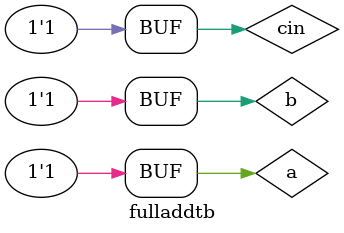
<source format=v>
`timescale 1ns / 1ps


module fulladdtb;

	// Inputs
	reg a;
	reg b;
	reg cin;

	// Outputs
	wire s;
	wire cout;

	// Instantiate the Unit Under Test (UUT)
	fulladd uut (
		.a(a), 
		.b(b), 
		.cin(cin), 
		.s(s), 
		.cout(cout)
	);

	initial begin
		// Initialize Inputs
		a = 0;
		b = 0;
		cin = 0;

		// Wait 100 ns for global reset to finish
		#100;
        
		a = 0;
		b = 0;
		cin = 1;

		// Wait 100 ns for global reset to finish
		#100;
		a = 0;
		b = 1;
		cin = 0;

		// Wait 100 ns for global reset to finish
		#100;
		a = 0;
		b = 1;
		cin = 1;

		// Wait 100 ns for global reset to finish
		#100;
		a = 1;
		b = 0;
		cin = 0;

		// Wait 100 ns for global reset to finish
		#100;
		a = 1;
		b = 0;
		cin = 1;

		// Wait 100 ns for global reset to finish
		#100;
		a = 1;
		b = 1;
		cin = 0;

		// Wait 100 ns for global reset to finish
		#100;
		a = 1;
		b = 1;
		cin = 1;

		// Wait 100 ns for global reset to finish
		#100;
		// Add stimulus here

	end
      
endmodule


</source>
